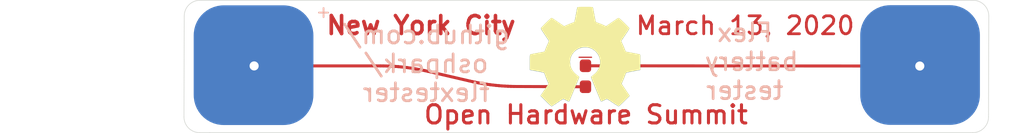
<source format=kicad_pcb>
(kicad_pcb (version 20171130) (host pcbnew 5.1.5-52549c5~84~ubuntu19.04.1)

  (general
    (thickness 1.6)
    (drawings 20)
    (tracks 38)
    (zones 0)
    (modules 5)
    (nets 3)
  )

  (page A4)
  (layers
    (0 F.Cu signal)
    (31 B.Cu signal)
    (32 B.Adhes user)
    (33 F.Adhes user)
    (34 B.Paste user)
    (35 F.Paste user)
    (36 B.SilkS user)
    (37 F.SilkS user)
    (38 B.Mask user)
    (39 F.Mask user)
    (40 Dwgs.User user)
    (41 Cmts.User user)
    (42 Eco1.User user)
    (43 Eco2.User user)
    (44 Edge.Cuts user)
    (45 Margin user)
    (46 B.CrtYd user)
    (47 F.CrtYd user)
    (48 B.Fab user)
    (49 F.Fab user)
  )

  (setup
    (last_trace_width 0.25)
    (trace_clearance 0.2)
    (zone_clearance 0.508)
    (zone_45_only no)
    (trace_min 0.2)
    (via_size 0.8)
    (via_drill 0.4)
    (via_min_size 0.4)
    (via_min_drill 0.3)
    (uvia_size 0.3)
    (uvia_drill 0.1)
    (uvias_allowed no)
    (uvia_min_size 0.2)
    (uvia_min_drill 0.1)
    (edge_width 0.05)
    (segment_width 0.2)
    (pcb_text_width 0.3)
    (pcb_text_size 1.5 1.5)
    (mod_edge_width 0.12)
    (mod_text_size 1 1)
    (mod_text_width 0.15)
    (pad_size 1.524 1.524)
    (pad_drill 0.762)
    (pad_to_mask_clearance 0.051)
    (solder_mask_min_width 0.25)
    (aux_axis_origin 0 0)
    (visible_elements FFFFFF7F)
    (pcbplotparams
      (layerselection 0x010fc_ffffffff)
      (usegerberextensions false)
      (usegerberattributes false)
      (usegerberadvancedattributes false)
      (creategerberjobfile false)
      (excludeedgelayer true)
      (linewidth 0.100000)
      (plotframeref false)
      (viasonmask false)
      (mode 1)
      (useauxorigin false)
      (hpglpennumber 1)
      (hpglpenspeed 20)
      (hpglpendiameter 15.000000)
      (psnegative false)
      (psa4output false)
      (plotreference true)
      (plotvalue true)
      (plotinvisibletext false)
      (padsonsilk false)
      (subtractmaskfromsilk false)
      (outputformat 1)
      (mirror false)
      (drillshape 1)
      (scaleselection 1)
      (outputdirectory ""))
  )

  (net 0 "")
  (net 1 GND)
  (net 2 +3V3)

  (net_class Default "This is the default net class."
    (clearance 0.2)
    (trace_width 0.25)
    (via_dia 0.8)
    (via_drill 0.4)
    (uvia_dia 0.3)
    (uvia_drill 0.1)
    (add_net +3V3)
    (add_net GND)
  )

  (module Symbol:OSHW-Logo2_14.6x12mm_SilkScreen (layer B.Cu) (tedit 5E487EEC) (tstamp 5E490121)
    (at 152.3111 96.34474 180)
    (descr "Open Source Hardware Symbol")
    (tags "Logo Symbol OSHW")
    (attr virtual)
    (fp_text reference REF** (at 0 0) (layer B.SilkS) hide
      (effects (font (size 1 1) (thickness 0.15)) (justify mirror))
    )
    (fp_text value OSHW-Logo2_14.6x12mm_SilkScreen (at 0.75 0) (layer B.Fab) hide
      (effects (font (size 1 1) (thickness 0.15)) (justify mirror))
    )
    (fp_poly (pts (xy 0.209014 5.547002) (xy 0.367006 5.546137) (xy 0.481347 5.543795) (xy 0.559407 5.539238)
      (xy 0.608554 5.53173) (xy 0.636159 5.520534) (xy 0.649592 5.504912) (xy 0.656221 5.484127)
      (xy 0.656865 5.481437) (xy 0.666935 5.432887) (xy 0.685575 5.337095) (xy 0.710845 5.204257)
      (xy 0.740807 5.044569) (xy 0.773522 4.868226) (xy 0.774664 4.862033) (xy 0.807433 4.689218)
      (xy 0.838093 4.536531) (xy 0.864664 4.413129) (xy 0.885167 4.328169) (xy 0.897626 4.29081)
      (xy 0.89822 4.290148) (xy 0.934919 4.271905) (xy 1.010586 4.241503) (xy 1.108878 4.205507)
      (xy 1.109425 4.205315) (xy 1.233233 4.158778) (xy 1.379196 4.099496) (xy 1.516781 4.039891)
      (xy 1.523293 4.036944) (xy 1.74739 3.935235) (xy 2.243619 4.274103) (xy 2.395846 4.377408)
      (xy 2.533741 4.469763) (xy 2.649315 4.545916) (xy 2.734579 4.600615) (xy 2.781544 4.628607)
      (xy 2.786004 4.630683) (xy 2.820134 4.62144) (xy 2.883881 4.576844) (xy 2.979731 4.494791)
      (xy 3.110169 4.373179) (xy 3.243328 4.243795) (xy 3.371694 4.116298) (xy 3.486581 3.999954)
      (xy 3.581073 3.901948) (xy 3.648253 3.829464) (xy 3.681206 3.789687) (xy 3.682432 3.787639)
      (xy 3.686074 3.760344) (xy 3.67235 3.715766) (xy 3.637869 3.647888) (xy 3.579239 3.550689)
      (xy 3.49307 3.418149) (xy 3.3782 3.247524) (xy 3.276254 3.097345) (xy 3.185123 2.96265)
      (xy 3.110073 2.85126) (xy 3.056369 2.770995) (xy 3.02928 2.729675) (xy 3.027574 2.72687)
      (xy 3.030882 2.687279) (xy 3.055953 2.610331) (xy 3.097798 2.510568) (xy 3.112712 2.478709)
      (xy 3.177786 2.336774) (xy 3.247212 2.175727) (xy 3.303609 2.036379) (xy 3.344247 1.932956)
      (xy 3.376526 1.854358) (xy 3.395178 1.81328) (xy 3.397497 1.810115) (xy 3.431803 1.804872)
      (xy 3.512669 1.790506) (xy 3.629343 1.769063) (xy 3.771075 1.742587) (xy 3.92711 1.713123)
      (xy 4.086698 1.682717) (xy 4.239085 1.653412) (xy 4.373521 1.627255) (xy 4.479252 1.60629)
      (xy 4.545526 1.592561) (xy 4.561782 1.58868) (xy 4.578573 1.5791) (xy 4.591249 1.557464)
      (xy 4.600378 1.516469) (xy 4.606531 1.448811) (xy 4.61028 1.347188) (xy 4.612192 1.204297)
      (xy 4.61284 1.012835) (xy 4.612874 0.934355) (xy 4.612874 0.296094) (xy 4.459598 0.26584)
      (xy 4.374322 0.249436) (xy 4.24707 0.225491) (xy 4.093315 0.196893) (xy 3.928534 0.166533)
      (xy 3.882989 0.158194) (xy 3.730932 0.12863) (xy 3.598468 0.099558) (xy 3.496714 0.073671)
      (xy 3.436788 0.053663) (xy 3.426805 0.047699) (xy 3.402293 0.005466) (xy 3.367148 -0.07637)
      (xy 3.328173 -0.181683) (xy 3.320442 -0.204368) (xy 3.26936 -0.345018) (xy 3.205954 -0.503714)
      (xy 3.143904 -0.646225) (xy 3.143598 -0.646886) (xy 3.040267 -0.87044) (xy 3.719961 -1.870232)
      (xy 3.283621 -2.3073) (xy 3.151649 -2.437381) (xy 3.031279 -2.552048) (xy 2.929273 -2.645181)
      (xy 2.852391 -2.710658) (xy 2.807393 -2.742357) (xy 2.800938 -2.744368) (xy 2.76304 -2.728529)
      (xy 2.685708 -2.684496) (xy 2.577389 -2.61749) (xy 2.446532 -2.532734) (xy 2.305052 -2.437816)
      (xy 2.161461 -2.340998) (xy 2.033435 -2.256751) (xy 1.929105 -2.190258) (xy 1.8566 -2.146702)
      (xy 1.824158 -2.131264) (xy 1.784576 -2.144328) (xy 1.709519 -2.17875) (xy 1.614468 -2.22738)
      (xy 1.604392 -2.232785) (xy 1.476391 -2.29698) (xy 1.388618 -2.328463) (xy 1.334028 -2.328798)
      (xy 1.305575 -2.299548) (xy 1.30541 -2.299138) (xy 1.291188 -2.264498) (xy 1.257269 -2.182269)
      (xy 1.206284 -2.058814) (xy 1.140862 -1.900498) (xy 1.063634 -1.713686) (xy 0.977229 -1.504742)
      (xy 0.893551 -1.302446) (xy 0.801588 -1.0792) (xy 0.71715 -0.872392) (xy 0.642769 -0.688362)
      (xy 0.580974 -0.533451) (xy 0.534297 -0.413996) (xy 0.505268 -0.336339) (xy 0.496322 -0.307356)
      (xy 0.518756 -0.27411) (xy 0.577439 -0.221123) (xy 0.655689 -0.162704) (xy 0.878534 0.022048)
      (xy 1.052718 0.233818) (xy 1.176154 0.468144) (xy 1.246754 0.720566) (xy 1.262431 0.986623)
      (xy 1.251036 1.109425) (xy 1.18895 1.364207) (xy 1.082023 1.589199) (xy 0.936889 1.782183)
      (xy 0.760178 1.940939) (xy 0.558522 2.06325) (xy 0.338554 2.146895) (xy 0.106906 2.189656)
      (xy -0.129791 2.189313) (xy -0.364905 2.143648) (xy -0.591804 2.050441) (xy -0.803856 1.907473)
      (xy -0.892364 1.826617) (xy -1.062111 1.618993) (xy -1.180301 1.392105) (xy -1.247722 1.152567)
      (xy -1.26516 0.906993) (xy -1.233402 0.661997) (xy -1.153235 0.424192) (xy -1.025445 0.200193)
      (xy -0.85082 -0.003387) (xy -0.655688 -0.162704) (xy -0.574409 -0.223602) (xy -0.516991 -0.276015)
      (xy -0.496322 -0.307406) (xy -0.507144 -0.341639) (xy -0.537923 -0.423419) (xy -0.586126 -0.546407)
      (xy -0.649222 -0.704263) (xy -0.724678 -0.890649) (xy -0.809962 -1.099226) (xy -0.893781 -1.302496)
      (xy -0.986255 -1.525933) (xy -1.071911 -1.732984) (xy -1.148118 -1.917286) (xy -1.212247 -2.072475)
      (xy -1.261668 -2.192188) (xy -1.293752 -2.270061) (xy -1.305641 -2.299138) (xy -1.333726 -2.328677)
      (xy -1.388051 -2.328591) (xy -1.475605 -2.297326) (xy -1.603381 -2.233329) (xy -1.604392 -2.232785)
      (xy -1.700598 -2.183121) (xy -1.778369 -2.146945) (xy -1.822223 -2.131408) (xy -1.824158 -2.131264)
      (xy -1.857171 -2.147024) (xy -1.930054 -2.19085) (xy -2.034678 -2.257557) (xy -2.16291 -2.341964)
      (xy -2.305052 -2.437816) (xy -2.449767 -2.534867) (xy -2.580196 -2.61927) (xy -2.68789 -2.685801)
      (xy -2.764402 -2.729238) (xy -2.800938 -2.744368) (xy -2.834582 -2.724482) (xy -2.902224 -2.668903)
      (xy -2.997107 -2.583754) (xy -3.11247 -2.475153) (xy -3.241555 -2.349221) (xy -3.283771 -2.307149)
      (xy -3.720261 -1.869931) (xy -3.388023 -1.38234) (xy -3.287054 -1.232605) (xy -3.198438 -1.09822)
      (xy -3.127146 -0.986969) (xy -3.07815 -0.906639) (xy -3.056422 -0.865014) (xy -3.055785 -0.862053)
      (xy -3.06724 -0.822818) (xy -3.098051 -0.743895) (xy -3.142884 -0.638509) (xy -3.174353 -0.567954)
      (xy -3.233192 -0.432876) (xy -3.288604 -0.296409) (xy -3.331564 -0.181103) (xy -3.343234 -0.145977)
      (xy -3.376389 -0.052174) (xy -3.408799 0.020306) (xy -3.426601 0.047699) (xy -3.465886 0.064464)
      (xy -3.551626 0.08823) (xy -3.672697 0.116303) (xy -3.817973 0.145991) (xy -3.882988 0.158194)
      (xy -4.048087 0.188532) (xy -4.206448 0.217907) (xy -4.342596 0.243431) (xy -4.441057 0.262215)
      (xy -4.459598 0.26584) (xy -4.612873 0.296094) (xy -4.612873 0.934355) (xy -4.612529 1.14423)
      (xy -4.611116 1.30302) (xy -4.608064 1.418027) (xy -4.602803 1.496554) (xy -4.594763 1.545904)
      (xy -4.583373 1.573381) (xy -4.568063 1.586287) (xy -4.561782 1.58868) (xy -4.523896 1.597167)
      (xy -4.440195 1.6141) (xy -4.321433 1.637434) (xy -4.178361 1.665125) (xy -4.021732 1.695127)
      (xy -3.862297 1.725396) (xy -3.710809 1.753885) (xy -3.578019 1.778551) (xy -3.474681 1.797349)
      (xy -3.411545 1.808233) (xy -3.397497 1.810115) (xy -3.38477 1.835296) (xy -3.3566 1.902378)
      (xy -3.318252 1.998667) (xy -3.303609 2.036379) (xy -3.244548 2.182079) (xy -3.175 2.343049)
      (xy -3.112712 2.478709) (xy -3.066879 2.582439) (xy -3.036387 2.667674) (xy -3.026208 2.719874)
      (xy -3.027831 2.72687) (xy -3.049343 2.759898) (xy -3.098465 2.833357) (xy -3.169923 2.939423)
      (xy -3.258445 3.070274) (xy -3.358759 3.218088) (xy -3.378594 3.247266) (xy -3.494988 3.420137)
      (xy -3.580548 3.551774) (xy -3.638684 3.648239) (xy -3.672808 3.715592) (xy -3.686331 3.759894)
      (xy -3.682664 3.787206) (xy -3.68257 3.78738) (xy -3.653707 3.823254) (xy -3.589867 3.892609)
      (xy -3.497969 3.988255) (xy -3.384933 4.103001) (xy -3.257679 4.229659) (xy -3.243328 4.243795)
      (xy -3.082957 4.399097) (xy -2.959195 4.51313) (xy -2.869555 4.587998) (xy -2.811552 4.625804)
      (xy -2.786004 4.630683) (xy -2.748718 4.609397) (xy -2.671343 4.560227) (xy -2.561867 4.488425)
      (xy -2.42828 4.399245) (xy -2.27857 4.297937) (xy -2.243618 4.274103) (xy -1.74739 3.935235)
      (xy -1.523293 4.036944) (xy -1.387011 4.096217) (xy -1.240724 4.15583) (xy -1.114965 4.20336)
      (xy -1.109425 4.205315) (xy -1.011057 4.241323) (xy -0.935229 4.271771) (xy -0.898282 4.290095)
      (xy -0.89822 4.290148) (xy -0.886496 4.323271) (xy -0.866568 4.404733) (xy -0.840413 4.525375)
      (xy -0.81001 4.676041) (xy -0.777337 4.847572) (xy -0.774664 4.862033) (xy -0.74189 5.038765)
      (xy -0.711802 5.19919) (xy -0.686339 5.333112) (xy -0.667441 5.430337) (xy -0.657047 5.480668)
      (xy -0.656865 5.481437) (xy -0.650539 5.502847) (xy -0.638239 5.519012) (xy -0.612594 5.530669)
      (xy -0.566235 5.538555) (xy -0.491792 5.543407) (xy -0.381895 5.545961) (xy -0.229175 5.546955)
      (xy -0.026262 5.547126) (xy 0 5.547126) (xy 0.209014 5.547002)) (layer B.Mask) (width 0.01))
    (fp_poly (pts (xy 0.209014 5.547002) (xy 0.367006 5.546137) (xy 0.481347 5.543795) (xy 0.559407 5.539238)
      (xy 0.608554 5.53173) (xy 0.636159 5.520534) (xy 0.649592 5.504912) (xy 0.656221 5.484127)
      (xy 0.656865 5.481437) (xy 0.666935 5.432887) (xy 0.685575 5.337095) (xy 0.710845 5.204257)
      (xy 0.740807 5.044569) (xy 0.773522 4.868226) (xy 0.774664 4.862033) (xy 0.807433 4.689218)
      (xy 0.838093 4.536531) (xy 0.864664 4.413129) (xy 0.885167 4.328169) (xy 0.897626 4.29081)
      (xy 0.89822 4.290148) (xy 0.934919 4.271905) (xy 1.010586 4.241503) (xy 1.108878 4.205507)
      (xy 1.109425 4.205315) (xy 1.233233 4.158778) (xy 1.379196 4.099496) (xy 1.516781 4.039891)
      (xy 1.523293 4.036944) (xy 1.74739 3.935235) (xy 2.243619 4.274103) (xy 2.395846 4.377408)
      (xy 2.533741 4.469763) (xy 2.649315 4.545916) (xy 2.734579 4.600615) (xy 2.781544 4.628607)
      (xy 2.786004 4.630683) (xy 2.820134 4.62144) (xy 2.883881 4.576844) (xy 2.979731 4.494791)
      (xy 3.110169 4.373179) (xy 3.243328 4.243795) (xy 3.371694 4.116298) (xy 3.486581 3.999954)
      (xy 3.581073 3.901948) (xy 3.648253 3.829464) (xy 3.681206 3.789687) (xy 3.682432 3.787639)
      (xy 3.686074 3.760344) (xy 3.67235 3.715766) (xy 3.637869 3.647888) (xy 3.579239 3.550689)
      (xy 3.49307 3.418149) (xy 3.3782 3.247524) (xy 3.276254 3.097345) (xy 3.185123 2.96265)
      (xy 3.110073 2.85126) (xy 3.056369 2.770995) (xy 3.02928 2.729675) (xy 3.027574 2.72687)
      (xy 3.030882 2.687279) (xy 3.055953 2.610331) (xy 3.097798 2.510568) (xy 3.112712 2.478709)
      (xy 3.177786 2.336774) (xy 3.247212 2.175727) (xy 3.303609 2.036379) (xy 3.344247 1.932956)
      (xy 3.376526 1.854358) (xy 3.395178 1.81328) (xy 3.397497 1.810115) (xy 3.431803 1.804872)
      (xy 3.512669 1.790506) (xy 3.629343 1.769063) (xy 3.771075 1.742587) (xy 3.92711 1.713123)
      (xy 4.086698 1.682717) (xy 4.239085 1.653412) (xy 4.373521 1.627255) (xy 4.479252 1.60629)
      (xy 4.545526 1.592561) (xy 4.561782 1.58868) (xy 4.578573 1.5791) (xy 4.591249 1.557464)
      (xy 4.600378 1.516469) (xy 4.606531 1.448811) (xy 4.61028 1.347188) (xy 4.612192 1.204297)
      (xy 4.61284 1.012835) (xy 4.612874 0.934355) (xy 4.612874 0.296094) (xy 4.459598 0.26584)
      (xy 4.374322 0.249436) (xy 4.24707 0.225491) (xy 4.093315 0.196893) (xy 3.928534 0.166533)
      (xy 3.882989 0.158194) (xy 3.730932 0.12863) (xy 3.598468 0.099558) (xy 3.496714 0.073671)
      (xy 3.436788 0.053663) (xy 3.426805 0.047699) (xy 3.402293 0.005466) (xy 3.367148 -0.07637)
      (xy 3.328173 -0.181683) (xy 3.320442 -0.204368) (xy 3.26936 -0.345018) (xy 3.205954 -0.503714)
      (xy 3.143904 -0.646225) (xy 3.143598 -0.646886) (xy 3.040267 -0.87044) (xy 3.719961 -1.870232)
      (xy 3.283621 -2.3073) (xy 3.151649 -2.437381) (xy 3.031279 -2.552048) (xy 2.929273 -2.645181)
      (xy 2.852391 -2.710658) (xy 2.807393 -2.742357) (xy 2.800938 -2.744368) (xy 2.76304 -2.728529)
      (xy 2.685708 -2.684496) (xy 2.577389 -2.61749) (xy 2.446532 -2.532734) (xy 2.305052 -2.437816)
      (xy 2.161461 -2.340998) (xy 2.033435 -2.256751) (xy 1.929105 -2.190258) (xy 1.8566 -2.146702)
      (xy 1.824158 -2.131264) (xy 1.784576 -2.144328) (xy 1.709519 -2.17875) (xy 1.614468 -2.22738)
      (xy 1.604392 -2.232785) (xy 1.476391 -2.29698) (xy 1.388618 -2.328463) (xy 1.334028 -2.328798)
      (xy 1.305575 -2.299548) (xy 1.30541 -2.299138) (xy 1.291188 -2.264498) (xy 1.257269 -2.182269)
      (xy 1.206284 -2.058814) (xy 1.140862 -1.900498) (xy 1.063634 -1.713686) (xy 0.977229 -1.504742)
      (xy 0.893551 -1.302446) (xy 0.801588 -1.0792) (xy 0.71715 -0.872392) (xy 0.642769 -0.688362)
      (xy 0.580974 -0.533451) (xy 0.534297 -0.413996) (xy 0.505268 -0.336339) (xy 0.496322 -0.307356)
      (xy 0.518756 -0.27411) (xy 0.577439 -0.221123) (xy 0.655689 -0.162704) (xy 0.878534 0.022048)
      (xy 1.052718 0.233818) (xy 1.176154 0.468144) (xy 1.246754 0.720566) (xy 1.262431 0.986623)
      (xy 1.251036 1.109425) (xy 1.18895 1.364207) (xy 1.082023 1.589199) (xy 0.936889 1.782183)
      (xy 0.760178 1.940939) (xy 0.558522 2.06325) (xy 0.338554 2.146895) (xy 0.106906 2.189656)
      (xy -0.129791 2.189313) (xy -0.364905 2.143648) (xy -0.591804 2.050441) (xy -0.803856 1.907473)
      (xy -0.892364 1.826617) (xy -1.062111 1.618993) (xy -1.180301 1.392105) (xy -1.247722 1.152567)
      (xy -1.26516 0.906993) (xy -1.233402 0.661997) (xy -1.153235 0.424192) (xy -1.025445 0.200193)
      (xy -0.85082 -0.003387) (xy -0.655688 -0.162704) (xy -0.574409 -0.223602) (xy -0.516991 -0.276015)
      (xy -0.496322 -0.307406) (xy -0.507144 -0.341639) (xy -0.537923 -0.423419) (xy -0.586126 -0.546407)
      (xy -0.649222 -0.704263) (xy -0.724678 -0.890649) (xy -0.809962 -1.099226) (xy -0.893781 -1.302496)
      (xy -0.986255 -1.525933) (xy -1.071911 -1.732984) (xy -1.148118 -1.917286) (xy -1.212247 -2.072475)
      (xy -1.261668 -2.192188) (xy -1.293752 -2.270061) (xy -1.305641 -2.299138) (xy -1.333726 -2.328677)
      (xy -1.388051 -2.328591) (xy -1.475605 -2.297326) (xy -1.603381 -2.233329) (xy -1.604392 -2.232785)
      (xy -1.700598 -2.183121) (xy -1.778369 -2.146945) (xy -1.822223 -2.131408) (xy -1.824158 -2.131264)
      (xy -1.857171 -2.147024) (xy -1.930054 -2.19085) (xy -2.034678 -2.257557) (xy -2.16291 -2.341964)
      (xy -2.305052 -2.437816) (xy -2.449767 -2.534867) (xy -2.580196 -2.61927) (xy -2.68789 -2.685801)
      (xy -2.764402 -2.729238) (xy -2.800938 -2.744368) (xy -2.834582 -2.724482) (xy -2.902224 -2.668903)
      (xy -2.997107 -2.583754) (xy -3.11247 -2.475153) (xy -3.241555 -2.349221) (xy -3.283771 -2.307149)
      (xy -3.720261 -1.869931) (xy -3.388023 -1.38234) (xy -3.287054 -1.232605) (xy -3.198438 -1.09822)
      (xy -3.127146 -0.986969) (xy -3.07815 -0.906639) (xy -3.056422 -0.865014) (xy -3.055785 -0.862053)
      (xy -3.06724 -0.822818) (xy -3.098051 -0.743895) (xy -3.142884 -0.638509) (xy -3.174353 -0.567954)
      (xy -3.233192 -0.432876) (xy -3.288604 -0.296409) (xy -3.331564 -0.181103) (xy -3.343234 -0.145977)
      (xy -3.376389 -0.052174) (xy -3.408799 0.020306) (xy -3.426601 0.047699) (xy -3.465886 0.064464)
      (xy -3.551626 0.08823) (xy -3.672697 0.116303) (xy -3.817973 0.145991) (xy -3.882988 0.158194)
      (xy -4.048087 0.188532) (xy -4.206448 0.217907) (xy -4.342596 0.243431) (xy -4.441057 0.262215)
      (xy -4.459598 0.26584) (xy -4.612873 0.296094) (xy -4.612873 0.934355) (xy -4.612529 1.14423)
      (xy -4.611116 1.30302) (xy -4.608064 1.418027) (xy -4.602803 1.496554) (xy -4.594763 1.545904)
      (xy -4.583373 1.573381) (xy -4.568063 1.586287) (xy -4.561782 1.58868) (xy -4.523896 1.597167)
      (xy -4.440195 1.6141) (xy -4.321433 1.637434) (xy -4.178361 1.665125) (xy -4.021732 1.695127)
      (xy -3.862297 1.725396) (xy -3.710809 1.753885) (xy -3.578019 1.778551) (xy -3.474681 1.797349)
      (xy -3.411545 1.808233) (xy -3.397497 1.810115) (xy -3.38477 1.835296) (xy -3.3566 1.902378)
      (xy -3.318252 1.998667) (xy -3.303609 2.036379) (xy -3.244548 2.182079) (xy -3.175 2.343049)
      (xy -3.112712 2.478709) (xy -3.066879 2.582439) (xy -3.036387 2.667674) (xy -3.026208 2.719874)
      (xy -3.027831 2.72687) (xy -3.049343 2.759898) (xy -3.098465 2.833357) (xy -3.169923 2.939423)
      (xy -3.258445 3.070274) (xy -3.358759 3.218088) (xy -3.378594 3.247266) (xy -3.494988 3.420137)
      (xy -3.580548 3.551774) (xy -3.638684 3.648239) (xy -3.672808 3.715592) (xy -3.686331 3.759894)
      (xy -3.682664 3.787206) (xy -3.68257 3.78738) (xy -3.653707 3.823254) (xy -3.589867 3.892609)
      (xy -3.497969 3.988255) (xy -3.384933 4.103001) (xy -3.257679 4.229659) (xy -3.243328 4.243795)
      (xy -3.082957 4.399097) (xy -2.959195 4.51313) (xy -2.869555 4.587998) (xy -2.811552 4.625804)
      (xy -2.786004 4.630683) (xy -2.748718 4.609397) (xy -2.671343 4.560227) (xy -2.561867 4.488425)
      (xy -2.42828 4.399245) (xy -2.27857 4.297937) (xy -2.243618 4.274103) (xy -1.74739 3.935235)
      (xy -1.523293 4.036944) (xy -1.387011 4.096217) (xy -1.240724 4.15583) (xy -1.114965 4.20336)
      (xy -1.109425 4.205315) (xy -1.011057 4.241323) (xy -0.935229 4.271771) (xy -0.898282 4.290095)
      (xy -0.89822 4.290148) (xy -0.886496 4.323271) (xy -0.866568 4.404733) (xy -0.840413 4.525375)
      (xy -0.81001 4.676041) (xy -0.777337 4.847572) (xy -0.774664 4.862033) (xy -0.74189 5.038765)
      (xy -0.711802 5.19919) (xy -0.686339 5.333112) (xy -0.667441 5.430337) (xy -0.657047 5.480668)
      (xy -0.656865 5.481437) (xy -0.650539 5.502847) (xy -0.638239 5.519012) (xy -0.612594 5.530669)
      (xy -0.566235 5.538555) (xy -0.491792 5.543407) (xy -0.381895 5.545961) (xy -0.229175 5.546955)
      (xy -0.026262 5.547126) (xy 0 5.547126) (xy 0.209014 5.547002)) (layer B.Cu) (width 0.01))
  )

  (module touch:TestPoint_Pad_4.0x4.0mm (layer B.Cu) (tedit 5E487CBA) (tstamp 5E48D97B)
    (at 124.61494 95.65132)
    (descr "SMD rectangular pad as test Point, square 4.0mm side length")
    (tags "test point SMD pad rectangle square")
    (path /5DF48217)
    (attr virtual)
    (fp_text reference J1 (at 0 2.898) (layer B.SilkS) hide
      (effects (font (size 1 1) (thickness 0.15)) (justify mirror))
    )
    (fp_text value Conn_01x01_Female (at 0 -3.1) (layer B.Fab) hide
      (effects (font (size 1 1) (thickness 0.15)) (justify mirror))
    )
    (fp_text user %R (at 0 2.9) (layer B.Fab) hide
      (effects (font (size 1 1) (thickness 0.15)) (justify mirror))
    )
    (fp_line (start -2.5 2.5) (end 2.5 2.5) (layer B.CrtYd) (width 0.05))
    (fp_line (start -2.5 2.5) (end -2.5 -2.5) (layer B.CrtYd) (width 0.05))
    (fp_line (start 2.5 -2.5) (end 2.5 2.5) (layer B.CrtYd) (width 0.05))
    (fp_line (start 2.5 -2.5) (end -2.5 -2.5) (layer B.CrtYd) (width 0.05))
    (pad 1 smd roundrect (at 0 0) (size 10 10) (layers B.Cu B.Mask) (roundrect_rratio 0.25)
      (net 2 +3V3))
  )

  (module touch:TestPoint_Pad_4.0x4.0mm (layer B.Cu) (tedit 5E487C9C) (tstamp 5E48D7F6)
    (at 180.29682 95.63862)
    (descr "SMD rectangular pad as test Point, square 4.0mm side length")
    (tags "test point SMD pad rectangle square")
    (path /5DF4886B)
    (attr virtual)
    (fp_text reference J2 (at 0 2.898) (layer B.SilkS) hide
      (effects (font (size 1 1) (thickness 0.15)) (justify mirror))
    )
    (fp_text value Conn_01x01_Female (at 0 -3.1) (layer B.Fab) hide
      (effects (font (size 1 1) (thickness 0.15)) (justify mirror))
    )
    (fp_line (start 2.5 -2.5) (end -2.5 -2.5) (layer B.CrtYd) (width 0.05))
    (fp_line (start 2.5 -2.5) (end 2.5 2.5) (layer B.CrtYd) (width 0.05))
    (fp_line (start -2.5 2.5) (end -2.5 -2.5) (layer B.CrtYd) (width 0.05))
    (fp_line (start -2.5 2.5) (end 2.5 2.5) (layer B.CrtYd) (width 0.05))
    (fp_text user %R (at 0 2.9) (layer B.Fab) hide
      (effects (font (size 1 1) (thickness 0.15)) (justify mirror))
    )
    (pad 1 smd roundrect (at 0 0) (size 10 10) (layers B.Cu B.Mask) (roundrect_rratio 0.25)
      (net 1 GND))
  )

  (module Symbol:OSHW-Logo2_14.6x12mm_SilkScreen (layer F.Cu) (tedit 5E487BD2) (tstamp 5E48E758)
    (at 152.31364 96.33204)
    (descr "Open Source Hardware Symbol")
    (tags "Logo Symbol OSHW")
    (attr virtual)
    (fp_text reference REF** (at 0 0) (layer F.SilkS) hide
      (effects (font (size 1 1) (thickness 0.15)))
    )
    (fp_text value OSHW-Logo2_14.6x12mm_SilkScreen (at 0.75 0) (layer F.Fab) hide
      (effects (font (size 1 1) (thickness 0.15)))
    )
    (fp_poly (pts (xy 0.209014 -5.547002) (xy 0.367006 -5.546137) (xy 0.481347 -5.543795) (xy 0.559407 -5.539238)
      (xy 0.608554 -5.53173) (xy 0.636159 -5.520534) (xy 0.649592 -5.504912) (xy 0.656221 -5.484127)
      (xy 0.656865 -5.481437) (xy 0.666935 -5.432887) (xy 0.685575 -5.337095) (xy 0.710845 -5.204257)
      (xy 0.740807 -5.044569) (xy 0.773522 -4.868226) (xy 0.774664 -4.862033) (xy 0.807433 -4.689218)
      (xy 0.838093 -4.536531) (xy 0.864664 -4.413129) (xy 0.885167 -4.328169) (xy 0.897626 -4.29081)
      (xy 0.89822 -4.290148) (xy 0.934919 -4.271905) (xy 1.010586 -4.241503) (xy 1.108878 -4.205507)
      (xy 1.109425 -4.205315) (xy 1.233233 -4.158778) (xy 1.379196 -4.099496) (xy 1.516781 -4.039891)
      (xy 1.523293 -4.036944) (xy 1.74739 -3.935235) (xy 2.243619 -4.274103) (xy 2.395846 -4.377408)
      (xy 2.533741 -4.469763) (xy 2.649315 -4.545916) (xy 2.734579 -4.600615) (xy 2.781544 -4.628607)
      (xy 2.786004 -4.630683) (xy 2.820134 -4.62144) (xy 2.883881 -4.576844) (xy 2.979731 -4.494791)
      (xy 3.110169 -4.373179) (xy 3.243328 -4.243795) (xy 3.371694 -4.116298) (xy 3.486581 -3.999954)
      (xy 3.581073 -3.901948) (xy 3.648253 -3.829464) (xy 3.681206 -3.789687) (xy 3.682432 -3.787639)
      (xy 3.686074 -3.760344) (xy 3.67235 -3.715766) (xy 3.637869 -3.647888) (xy 3.579239 -3.550689)
      (xy 3.49307 -3.418149) (xy 3.3782 -3.247524) (xy 3.276254 -3.097345) (xy 3.185123 -2.96265)
      (xy 3.110073 -2.85126) (xy 3.056369 -2.770995) (xy 3.02928 -2.729675) (xy 3.027574 -2.72687)
      (xy 3.030882 -2.687279) (xy 3.055953 -2.610331) (xy 3.097798 -2.510568) (xy 3.112712 -2.478709)
      (xy 3.177786 -2.336774) (xy 3.247212 -2.175727) (xy 3.303609 -2.036379) (xy 3.344247 -1.932956)
      (xy 3.376526 -1.854358) (xy 3.395178 -1.81328) (xy 3.397497 -1.810115) (xy 3.431803 -1.804872)
      (xy 3.512669 -1.790506) (xy 3.629343 -1.769063) (xy 3.771075 -1.742587) (xy 3.92711 -1.713123)
      (xy 4.086698 -1.682717) (xy 4.239085 -1.653412) (xy 4.373521 -1.627255) (xy 4.479252 -1.60629)
      (xy 4.545526 -1.592561) (xy 4.561782 -1.58868) (xy 4.578573 -1.5791) (xy 4.591249 -1.557464)
      (xy 4.600378 -1.516469) (xy 4.606531 -1.448811) (xy 4.61028 -1.347188) (xy 4.612192 -1.204297)
      (xy 4.61284 -1.012835) (xy 4.612874 -0.934355) (xy 4.612874 -0.296094) (xy 4.459598 -0.26584)
      (xy 4.374322 -0.249436) (xy 4.24707 -0.225491) (xy 4.093315 -0.196893) (xy 3.928534 -0.166533)
      (xy 3.882989 -0.158194) (xy 3.730932 -0.12863) (xy 3.598468 -0.099558) (xy 3.496714 -0.073671)
      (xy 3.436788 -0.053663) (xy 3.426805 -0.047699) (xy 3.402293 -0.005466) (xy 3.367148 0.07637)
      (xy 3.328173 0.181683) (xy 3.320442 0.204368) (xy 3.26936 0.345018) (xy 3.205954 0.503714)
      (xy 3.143904 0.646225) (xy 3.143598 0.646886) (xy 3.040267 0.87044) (xy 3.719961 1.870232)
      (xy 3.283621 2.3073) (xy 3.151649 2.437381) (xy 3.031279 2.552048) (xy 2.929273 2.645181)
      (xy 2.852391 2.710658) (xy 2.807393 2.742357) (xy 2.800938 2.744368) (xy 2.76304 2.728529)
      (xy 2.685708 2.684496) (xy 2.577389 2.61749) (xy 2.446532 2.532734) (xy 2.305052 2.437816)
      (xy 2.161461 2.340998) (xy 2.033435 2.256751) (xy 1.929105 2.190258) (xy 1.8566 2.146702)
      (xy 1.824158 2.131264) (xy 1.784576 2.144328) (xy 1.709519 2.17875) (xy 1.614468 2.22738)
      (xy 1.604392 2.232785) (xy 1.476391 2.29698) (xy 1.388618 2.328463) (xy 1.334028 2.328798)
      (xy 1.305575 2.299548) (xy 1.30541 2.299138) (xy 1.291188 2.264498) (xy 1.257269 2.182269)
      (xy 1.206284 2.058814) (xy 1.140862 1.900498) (xy 1.063634 1.713686) (xy 0.977229 1.504742)
      (xy 0.893551 1.302446) (xy 0.801588 1.0792) (xy 0.71715 0.872392) (xy 0.642769 0.688362)
      (xy 0.580974 0.533451) (xy 0.534297 0.413996) (xy 0.505268 0.336339) (xy 0.496322 0.307356)
      (xy 0.518756 0.27411) (xy 0.577439 0.221123) (xy 0.655689 0.162704) (xy 0.878534 -0.022048)
      (xy 1.052718 -0.233818) (xy 1.176154 -0.468144) (xy 1.246754 -0.720566) (xy 1.262431 -0.986623)
      (xy 1.251036 -1.109425) (xy 1.18895 -1.364207) (xy 1.082023 -1.589199) (xy 0.936889 -1.782183)
      (xy 0.760178 -1.940939) (xy 0.558522 -2.06325) (xy 0.338554 -2.146895) (xy 0.106906 -2.189656)
      (xy -0.129791 -2.189313) (xy -0.364905 -2.143648) (xy -0.591804 -2.050441) (xy -0.803856 -1.907473)
      (xy -0.892364 -1.826617) (xy -1.062111 -1.618993) (xy -1.180301 -1.392105) (xy -1.247722 -1.152567)
      (xy -1.26516 -0.906993) (xy -1.233402 -0.661997) (xy -1.153235 -0.424192) (xy -1.025445 -0.200193)
      (xy -0.85082 0.003387) (xy -0.655688 0.162704) (xy -0.574409 0.223602) (xy -0.516991 0.276015)
      (xy -0.496322 0.307406) (xy -0.507144 0.341639) (xy -0.537923 0.423419) (xy -0.586126 0.546407)
      (xy -0.649222 0.704263) (xy -0.724678 0.890649) (xy -0.809962 1.099226) (xy -0.893781 1.302496)
      (xy -0.986255 1.525933) (xy -1.071911 1.732984) (xy -1.148118 1.917286) (xy -1.212247 2.072475)
      (xy -1.261668 2.192188) (xy -1.293752 2.270061) (xy -1.305641 2.299138) (xy -1.333726 2.328677)
      (xy -1.388051 2.328591) (xy -1.475605 2.297326) (xy -1.603381 2.233329) (xy -1.604392 2.232785)
      (xy -1.700598 2.183121) (xy -1.778369 2.146945) (xy -1.822223 2.131408) (xy -1.824158 2.131264)
      (xy -1.857171 2.147024) (xy -1.930054 2.19085) (xy -2.034678 2.257557) (xy -2.16291 2.341964)
      (xy -2.305052 2.437816) (xy -2.449767 2.534867) (xy -2.580196 2.61927) (xy -2.68789 2.685801)
      (xy -2.764402 2.729238) (xy -2.800938 2.744368) (xy -2.834582 2.724482) (xy -2.902224 2.668903)
      (xy -2.997107 2.583754) (xy -3.11247 2.475153) (xy -3.241555 2.349221) (xy -3.283771 2.307149)
      (xy -3.720261 1.869931) (xy -3.388023 1.38234) (xy -3.287054 1.232605) (xy -3.198438 1.09822)
      (xy -3.127146 0.986969) (xy -3.07815 0.906639) (xy -3.056422 0.865014) (xy -3.055785 0.862053)
      (xy -3.06724 0.822818) (xy -3.098051 0.743895) (xy -3.142884 0.638509) (xy -3.174353 0.567954)
      (xy -3.233192 0.432876) (xy -3.288604 0.296409) (xy -3.331564 0.181103) (xy -3.343234 0.145977)
      (xy -3.376389 0.052174) (xy -3.408799 -0.020306) (xy -3.426601 -0.047699) (xy -3.465886 -0.064464)
      (xy -3.551626 -0.08823) (xy -3.672697 -0.116303) (xy -3.817973 -0.145991) (xy -3.882988 -0.158194)
      (xy -4.048087 -0.188532) (xy -4.206448 -0.217907) (xy -4.342596 -0.243431) (xy -4.441057 -0.262215)
      (xy -4.459598 -0.26584) (xy -4.612873 -0.296094) (xy -4.612873 -0.934355) (xy -4.612529 -1.14423)
      (xy -4.611116 -1.30302) (xy -4.608064 -1.418027) (xy -4.602803 -1.496554) (xy -4.594763 -1.545904)
      (xy -4.583373 -1.573381) (xy -4.568063 -1.586287) (xy -4.561782 -1.58868) (xy -4.523896 -1.597167)
      (xy -4.440195 -1.6141) (xy -4.321433 -1.637434) (xy -4.178361 -1.665125) (xy -4.021732 -1.695127)
      (xy -3.862297 -1.725396) (xy -3.710809 -1.753885) (xy -3.578019 -1.778551) (xy -3.474681 -1.797349)
      (xy -3.411545 -1.808233) (xy -3.397497 -1.810115) (xy -3.38477 -1.835296) (xy -3.3566 -1.902378)
      (xy -3.318252 -1.998667) (xy -3.303609 -2.036379) (xy -3.244548 -2.182079) (xy -3.175 -2.343049)
      (xy -3.112712 -2.478709) (xy -3.066879 -2.582439) (xy -3.036387 -2.667674) (xy -3.026208 -2.719874)
      (xy -3.027831 -2.72687) (xy -3.049343 -2.759898) (xy -3.098465 -2.833357) (xy -3.169923 -2.939423)
      (xy -3.258445 -3.070274) (xy -3.358759 -3.218088) (xy -3.378594 -3.247266) (xy -3.494988 -3.420137)
      (xy -3.580548 -3.551774) (xy -3.638684 -3.648239) (xy -3.672808 -3.715592) (xy -3.686331 -3.759894)
      (xy -3.682664 -3.787206) (xy -3.68257 -3.78738) (xy -3.653707 -3.823254) (xy -3.589867 -3.892609)
      (xy -3.497969 -3.988255) (xy -3.384933 -4.103001) (xy -3.257679 -4.229659) (xy -3.243328 -4.243795)
      (xy -3.082957 -4.399097) (xy -2.959195 -4.51313) (xy -2.869555 -4.587998) (xy -2.811552 -4.625804)
      (xy -2.786004 -4.630683) (xy -2.748718 -4.609397) (xy -2.671343 -4.560227) (xy -2.561867 -4.488425)
      (xy -2.42828 -4.399245) (xy -2.27857 -4.297937) (xy -2.243618 -4.274103) (xy -1.74739 -3.935235)
      (xy -1.523293 -4.036944) (xy -1.387011 -4.096217) (xy -1.240724 -4.15583) (xy -1.114965 -4.20336)
      (xy -1.109425 -4.205315) (xy -1.011057 -4.241323) (xy -0.935229 -4.271771) (xy -0.898282 -4.290095)
      (xy -0.89822 -4.290148) (xy -0.886496 -4.323271) (xy -0.866568 -4.404733) (xy -0.840413 -4.525375)
      (xy -0.81001 -4.676041) (xy -0.777337 -4.847572) (xy -0.774664 -4.862033) (xy -0.74189 -5.038765)
      (xy -0.711802 -5.19919) (xy -0.686339 -5.333112) (xy -0.667441 -5.430337) (xy -0.657047 -5.480668)
      (xy -0.656865 -5.481437) (xy -0.650539 -5.502847) (xy -0.638239 -5.519012) (xy -0.612594 -5.530669)
      (xy -0.566235 -5.538555) (xy -0.491792 -5.543407) (xy -0.381895 -5.545961) (xy -0.229175 -5.546955)
      (xy -0.026262 -5.547126) (xy 0 -5.547126) (xy 0.209014 -5.547002)) (layer F.SilkS) (width 0.01))
  )

  (module LED_SMD:LED_0603_1608Metric_Pad1.05x0.95mm_HandSolder (layer F.Cu) (tedit 5E4879B6) (tstamp 5E4872F7)
    (at 152.34412 96.57842 270)
    (descr "LED SMD 0603 (1608 Metric), square (rectangular) end terminal, IPC_7351 nominal, (Body size source: http://www.tortai-tech.com/upload/download/2011102023233369053.pdf), generated with kicad-footprint-generator")
    (tags "LED handsolder")
    (path /5DF40B3F)
    (attr smd)
    (fp_text reference D1 (at 0 -1.43 90) (layer F.SilkS) hide
      (effects (font (size 1 1) (thickness 0.15)))
    )
    (fp_text value LED (at 2.35588 3.76428 90) (layer F.Fab)
      (effects (font (size 1 1) (thickness 0.15)))
    )
    (fp_text user %R (at 0 0 90) (layer F.Fab)
      (effects (font (size 0.4 0.4) (thickness 0.06)))
    )
    (fp_line (start 1.65 0.73) (end -1.65 0.73) (layer F.CrtYd) (width 0.05))
    (fp_line (start 1.65 -0.73) (end 1.65 0.73) (layer F.CrtYd) (width 0.05))
    (fp_line (start -1.65 -0.73) (end 1.65 -0.73) (layer F.CrtYd) (width 0.05))
    (fp_line (start -1.65 0.73) (end -1.65 -0.73) (layer F.CrtYd) (width 0.05))
    (fp_line (start 0.8 0.4) (end 0.8 -0.4) (layer F.Fab) (width 0.1))
    (fp_line (start -0.8 0.4) (end 0.8 0.4) (layer F.Fab) (width 0.1))
    (fp_line (start -0.8 -0.1) (end -0.8 0.4) (layer F.Fab) (width 0.1))
    (fp_line (start -0.5 -0.4) (end -0.8 -0.1) (layer F.Fab) (width 0.1))
    (fp_line (start 0.8 -0.4) (end -0.5 -0.4) (layer F.Fab) (width 0.1))
    (fp_line (start -1.5875 -0.508) (end -1.5875 0.5334) (layer F.Cu) (width 0.1))
    (pad 2 smd roundrect (at 0.875 0 270) (size 1.05 0.95) (layers F.Cu F.Paste F.Mask) (roundrect_rratio 0.25)
      (net 2 +3V3))
    (pad 1 smd roundrect (at -0.875 0 270) (size 1.05 0.95) (layers F.Cu F.Paste F.Mask) (roundrect_rratio 0.25)
      (net 1 GND))
    (model ${KISYS3DMOD}/LED_SMD.3dshapes/LED_0603_1608Metric.wrl
      (at (xyz 0 0 0))
      (scale (xyz 1 1 1))
      (rotate (xyz 0 0 0))
    )
  )

  (gr_text "github.com/\noshpark/\nflextester" (at 139.03706 95.52432) (layer B.SilkS) (tstamp 5E48FFEE)
    (effects (font (size 1.5 1.5) (thickness 0.2286)) (justify mirror))
  )
  (gr_text "Flex\nbattery \ntester" (at 165.65118 95.34906) (layer B.SilkS)
    (effects (font (size 1.5 1.5) (thickness 0.2286)) (justify mirror))
  )
  (gr_text "March 13, 2020" (at 165.68928 92.34424) (layer F.Cu) (tstamp 5E48FFD2)
    (effects (font (size 1.5 1.5) (thickness 0.2286)))
  )
  (gr_text "New York City" (at 138.61034 92.32646) (layer F.Cu)
    (effects (font (size 1.5 1.5) (thickness 0.3)))
  )
  (gr_text "Open Hardware Summit" (at 152.38476 99.7839) (layer F.Mask) (tstamp 5E48FD6C)
    (effects (font (size 1.524 1.524) (thickness 0.254)))
  )
  (gr_text "Open Hardware Summit" (at 152.3873 99.78644) (layer F.Cu)
    (effects (font (size 1.524 1.524) (thickness 0.254)))
  )
  (gr_line (start 186.038754 91.545674) (end 186.015894 99.972866) (layer Edge.Cuts) (width 0.05) (tstamp 5E48DBDC))
  (gr_line (start 118.824746 91.545674) (end 118.801886 99.972866) (layer Edge.Cuts) (width 0.05) (tstamp 5E48DBDB))
  (gr_arc (start 120.1166 99.972866) (end 120.1166 101.28758) (angle 90) (layer Edge.Cuts) (width 0.05) (tstamp 5E48DB9C))
  (gr_arc (start 184.70118 99.972866) (end 184.70118 101.28758) (angle -90) (layer Edge.Cuts) (width 0.05) (tstamp 5E48DB9B))
  (gr_line (start 184.70118 101.28758) (end 120.9421 101.28758) (layer Edge.Cuts) (width 0.05) (tstamp 5E48DB99))
  (gr_line (start 120.9421 101.28758) (end 120.1166 101.28758) (layer Edge.Cuts) (width 0.05) (tstamp 5E48DB98))
  (gr_line (start 183.89854 90.23096) (end 184.72404 90.23096) (layer Edge.Cuts) (width 0.05))
  (gr_arc (start 184.72404 91.545674) (end 184.72404 90.23096) (angle 90) (layer Edge.Cuts) (width 0.05) (tstamp 5E48DB74))
  (gr_line (start 120.13946 90.23096) (end 183.89854 90.23096) (layer Edge.Cuts) (width 0.05))
  (gr_arc (start 120.13946 91.545674) (end 120.13946 90.23096) (angle -90) (layer Edge.Cuts) (width 0.05))
  (gr_line (start 152.40508 95.71736) (end 180.16982 95.71736) (layer Eco1.User) (width 0.15) (tstamp 5E48D9EC))
  (gr_line (start 152.40762 95.71482) (end 124.64288 95.71482) (layer Eco1.User) (width 0.15))
  (gr_line (start 103.50754 90.35288) (end 188.92012 90.35288) (layer Eco1.User) (width 0.15))
  (gr_text + (at 130.46202 91.18346) (layer B.SilkS) (tstamp 5E4872EB)
    (effects (font (size 1 1) (thickness 0.15)) (justify mirror))
  )

  (via (at 180.27396 95.72244) (size 1.143) (drill 0.762) (layers F.Cu B.Cu) (net 1))
  (via (at 124.6632 95.71228) (size 1.143) (drill 0.762) (layers F.Cu B.Cu) (net 2))
  (segment (start 152.34412 95.70342) (end 180.27396 95.72244) (width 0.25) (layer F.Cu) (net 1))
  (segment (start 135.21588 95.710144) (end 124.6632 95.71228) (width 0.25) (layer F.Cu) (net 2))
  (segment (start 135.21588 95.710144) (end 135.464788 95.711866) (width 0.25) (layer F.Cu) (net 2) (tstamp E7))
  (segment (start 135.464788 95.711866) (end 135.713646 95.717135) (width 0.25) (layer F.Cu) (net 2) (tstamp E7))
  (segment (start 135.713646 95.717135) (end 135.962404 95.72595) (width 0.25) (layer F.Cu) (net 2) (tstamp E7))
  (segment (start 135.962404 95.72595) (end 136.211011 95.738308) (width 0.25) (layer F.Cu) (net 2) (tstamp E7))
  (segment (start 136.211011 95.738308) (end 136.459417 95.754207) (width 0.25) (layer F.Cu) (net 2) (tstamp E7))
  (segment (start 136.459417 95.754207) (end 136.707571 95.773643) (width 0.25) (layer F.Cu) (net 2) (tstamp E7))
  (segment (start 136.707571 95.773643) (end 136.955423 95.796614) (width 0.25) (layer F.Cu) (net 2) (tstamp E7))
  (segment (start 136.955423 95.796614) (end 137.202923 95.823114) (width 0.25) (layer F.Cu) (net 2) (tstamp E7))
  (segment (start 137.202923 95.823114) (end 137.450019 95.853137) (width 0.25) (layer F.Cu) (net 2) (tstamp E7))
  (segment (start 137.450019 95.853137) (end 137.696663 95.886678) (width 0.25) (layer F.Cu) (net 2) (tstamp E7))
  (segment (start 137.696663 95.886678) (end 137.942804 95.92373) (width 0.25) (layer F.Cu) (net 2) (tstamp E7))
  (segment (start 137.942804 95.92373) (end 138.188393 95.964285) (width 0.25) (layer F.Cu) (net 2) (tstamp E7))
  (segment (start 138.188393 95.964285) (end 138.433378 96.008335) (width 0.25) (layer F.Cu) (net 2) (tstamp E7))
  (segment (start 138.433378 96.008335) (end 138.677711 96.055871) (width 0.25) (layer F.Cu) (net 2) (tstamp E7))
  (segment (start 138.677711 96.055871) (end 138.921341 96.106884) (width 0.25) (layer F.Cu) (net 2) (tstamp E7))
  (segment (start 138.921341 96.106884) (end 139.164221 96.161364) (width 0.25) (layer F.Cu) (net 2) (tstamp E7))
  (segment (start 146.612345 97.431788) (end 152.34412 97.45342) (width 0.25) (layer F.Cu) (net 2))
  (segment (start 146.612345 97.431788) (end 146.363407 97.429105) (width 0.25) (layer F.Cu) (net 2) (tstamp E7))
  (segment (start 146.363407 97.429105) (end 146.114532 97.422938) (width 0.25) (layer F.Cu) (net 2) (tstamp E7))
  (segment (start 146.114532 97.422938) (end 145.865767 97.413287) (width 0.25) (layer F.Cu) (net 2) (tstamp E7))
  (segment (start 145.865767 97.413287) (end 145.617162 97.400155) (width 0.25) (layer F.Cu) (net 2) (tstamp E7))
  (segment (start 145.617162 97.400155) (end 145.368765 97.383544) (width 0.25) (layer F.Cu) (net 2) (tstamp E7))
  (segment (start 145.368765 97.383544) (end 145.120625 97.363456) (width 0.25) (layer F.Cu) (net 2) (tstamp E7))
  (segment (start 145.120625 97.363456) (end 144.872791 97.339897) (width 0.25) (layer F.Cu) (net 2) (tstamp E7))
  (segment (start 144.872791 97.339897) (end 144.625311 97.312871) (width 0.25) (layer F.Cu) (net 2) (tstamp E7))
  (segment (start 144.625311 97.312871) (end 144.378233 97.282382) (width 0.25) (layer F.Cu) (net 2) (tstamp E7))
  (segment (start 144.378233 97.282382) (end 144.131606 97.248438) (width 0.25) (layer F.Cu) (net 2) (tstamp E7))
  (segment (start 144.131606 97.248438) (end 143.885479 97.211044) (width 0.25) (layer F.Cu) (net 2) (tstamp E7))
  (segment (start 143.885479 97.211044) (end 143.639899 97.170208) (width 0.25) (layer F.Cu) (net 2) (tstamp E7))
  (segment (start 143.639899 97.170208) (end 143.394915 97.125938) (width 0.25) (layer F.Cu) (net 2) (tstamp E7))
  (segment (start 143.394915 97.125938) (end 143.150575 97.078243) (width 0.25) (layer F.Cu) (net 2) (tstamp E7))
  (segment (start 143.150575 97.078243) (end 142.906927 97.027132) (width 0.25) (layer F.Cu) (net 2) (tstamp E7))
  (segment (start 142.906927 97.027132) (end 142.664018 96.972615) (width 0.25) (layer F.Cu) (net 2) (tstamp E7))
  (segment (start 142.664018 96.972615) (end 139.164221 96.161364) (width 0.25) (layer F.Cu) (net 2))

)

</source>
